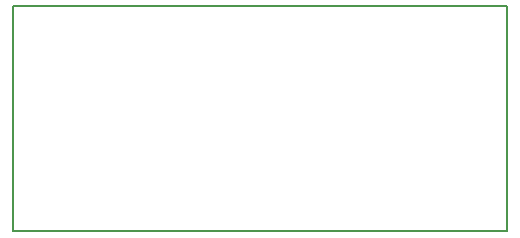
<source format=gbr>
G04 #@! TF.GenerationSoftware,KiCad,Pcbnew,9.0.0*
G04 #@! TF.CreationDate,2025-06-03T17:41:34-04:00*
G04 #@! TF.ProjectId,CBM2-MultiROM,43424d32-2d4d-4756-9c74-69524f4d2e6b,rev?*
G04 #@! TF.SameCoordinates,Original*
G04 #@! TF.FileFunction,Profile,NP*
%FSLAX46Y46*%
G04 Gerber Fmt 4.6, Leading zero omitted, Abs format (unit mm)*
G04 Created by KiCad (PCBNEW 9.0.0) date 2025-06-03 17:41:34*
%MOMM*%
%LPD*%
G01*
G04 APERTURE LIST*
G04 #@! TA.AperFunction,Profile*
%ADD10C,0.150000*%
G04 #@! TD*
G04 APERTURE END LIST*
D10*
X102184200Y-78054200D02*
X143967200Y-78054200D01*
X143967200Y-97129600D01*
X102184200Y-97129600D01*
X102184200Y-78054200D01*
M02*

</source>
